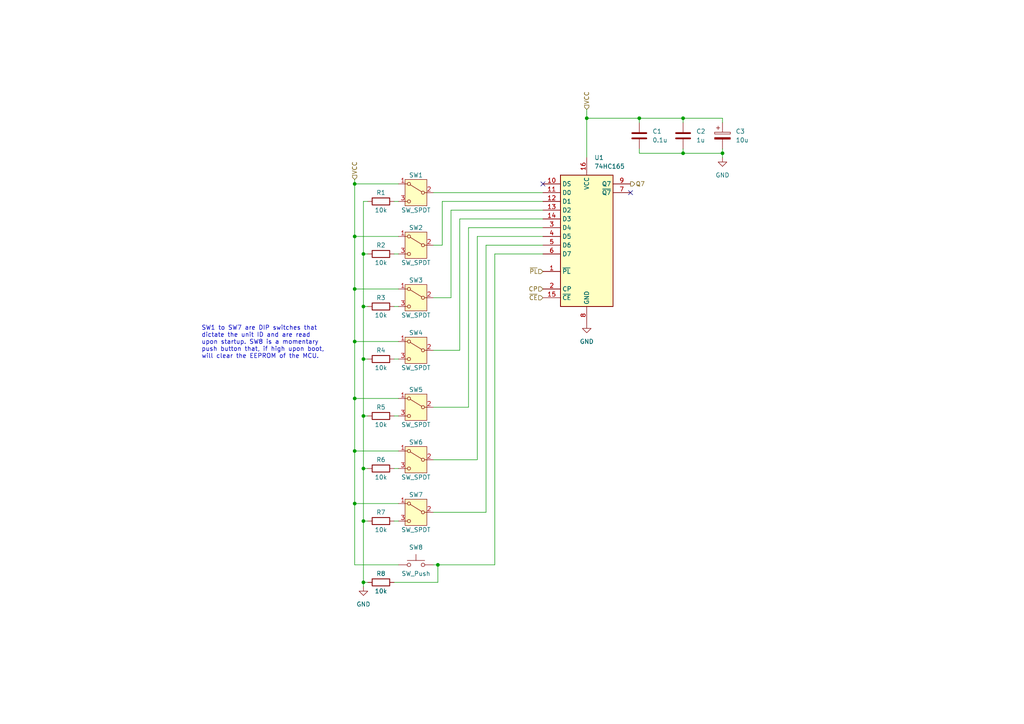
<source format=kicad_sch>
(kicad_sch (version 20230121) (generator eeschema)
  (paper "A4")
  (title_block (title "Initial State Register") (date "2024-02-06") (rev "1") (company "shawnd.xyz") (comment 2 "clear EEPROM memory if high at boot time.") (comment 3 "configure the unit ID by toggling the DIP switches. There is also a reset button that will") (comment 4 "The initial state register is used to read a B1 unit's ID upon first boot. The user can"))
  (lib_symbols
    (symbol "74xx:74HC165"
      (property "Reference" "U" (at -7.62 19.05 0))
      (property "Value" "74HC165" (at -7.62 -21.59 0))
      (symbol "74HC165_1_0"
        (pin input line (at -12.7 -10.16 0) (length 5.08) (name "~{PL}") (number "1"))
        (pin input line (at -12.7 15.24 0) (length 5.08) (name "DS") (number "10"))
        (pin input line (at -12.7 12.7 0) (length 5.08) (name "D0") (number "11"))
        (pin input line (at -12.7 10.16 0) (length 5.08) (name "D1") (number "12"))
        (pin input line (at -12.7 7.62 0) (length 5.08) (name "D2") (number "13"))
        (pin input line (at -12.7 5.08 0) (length 5.08) (name "D3") (number "14"))
        (pin input line (at -12.7 -17.78 0) (length 5.08) (name "~{CE}") (number "15"))
        (pin power_in line (at 0 22.86 270) (length 5.08) (name "VCC") (number "16"))
        (pin input line (at -12.7 -15.24 0) (length 5.08) (name "CP") (number "2"))
        (pin input line (at -12.7 2.54 0) (length 5.08) (name "D4") (number "3"))
        (pin input line (at -12.7 0 0) (length 5.08) (name "D5") (number "4"))
        (pin input line (at -12.7 -2.54 0) (length 5.08) (name "D6") (number "5"))
        (pin input line (at -12.7 -5.08 0) (length 5.08) (name "D7") (number "6"))
        (pin output line (at 12.7 12.7 180) (length 5.08) (name "~{Q7}") (number "7"))
        (pin power_in line (at 0 -25.4 90) (length 5.08) (name "GND") (number "8"))
        (pin output line (at 12.7 15.24 180) (length 5.08) (name "Q7") (number "9"))
      )
      (symbol "74HC165_1_1"
        (rectangle (start -7.62 17.78) (end 7.62 -20.32) (stroke (width 0.254)) (fill (type background)))
      )
    )
    (symbol "Device:C" (pin_numbers hide) (pin_names (offset 0.254))
      (property "Reference" "C" (at 0.635 2.54 0))
      (property "Value" "C" (at 0.635 -2.54 0))
      (symbol "C_0_1"
        (polyline (pts (xy -2.032 -0.762) (xy 2.032 -0.762)) (stroke (width 0.508)))
        (polyline (pts (xy -2.032 0.762) (xy 2.032 0.762)) (stroke (width 0.508)))
      )
      (symbol "C_1_1"
        (pin passive line (at 0 3.81 270) (length 2.794) (name "~") (number "1"))
        (pin passive line (at 0 -3.81 90) (length 2.794) (name "~") (number "2"))
      )
    )
    (symbol "Device:C_Polarized" (pin_numbers hide) (pin_names (offset 0.254))
      (property "Reference" "C" (at 0.635 2.54 0))
      (property "Value" "C_Polarized" (at 0.635 -2.54 0))
      (symbol "C_Polarized_0_1"
        (rectangle (start -2.286 0.508) (end 2.286 1.016))
        (polyline (pts (xy -1.778 2.286) (xy -0.762 2.286)))
        (polyline (pts (xy -1.27 2.794) (xy -1.27 1.778)))
        (rectangle (start 2.286 -0.508) (end -2.286 -1.016) (fill (type outline)))
      )
      (symbol "C_Polarized_1_1"
        (pin passive line (at 0 3.81 270) (length 2.794) (name "~") (number "1"))
        (pin passive line (at 0 -3.81 90) (length 2.794) (name "~") (number "2"))
      )
    )
    (symbol "Device:R" (pin_numbers hide) (pin_names (offset 0))
      (property "Reference" "R" (at 2.032 0 90))
      (property "Value" "R" (at 0 0 90))
      (symbol "R_0_1"
        (rectangle (start -1.016 -2.54) (end 1.016 2.54) (stroke (width 0.254)))
      )
      (symbol "R_1_1"
        (pin passive line (at 0 3.81 270) (length 1.27) (name "~") (number "1"))
        (pin passive line (at 0 -3.81 90) (length 1.27) (name "~") (number "2"))
      )
    )
    (symbol "Switch:SW_Push" (pin_numbers hide) (pin_names (offset 1.016) hide)
      (property "Reference" "SW" (at 1.27 2.54 0))
      (property "Value" "SW_Push" (at 0 -1.524 0))
      (symbol "SW_Push_0_1"
        (circle (center -2.032 0) (radius 0.508))
        (polyline (pts (xy 0 1.27) (xy 0 3.048)))
        (polyline (pts (xy 2.54 1.27) (xy -2.54 1.27)))
        (circle (center 2.032 0) (radius 0.508))
        (pin passive line (at -5.08 0 0) (length 2.54) (name "1") (number "1"))
        (pin passive line (at 5.08 0 180) (length 2.54) (name "2") (number "2"))
      )
    )
    (symbol "Switch:SW_SPDT" (pin_names (offset 0) hide)
      (property "Reference" "SW" (at 0 5.08 0))
      (property "Value" "SW_SPDT" (at 0 -5.08 0))
      (symbol "SW_SPDT_0_1"
        (circle (center -2.032 0) (radius 0.4572))
        (polyline (pts (xy -1.651 0.254) (xy 1.651 2.286)))
        (circle (center 2.032 -2.54) (radius 0.4572))
        (circle (center 2.032 2.54) (radius 0.4572))
      )
      (symbol "SW_SPDT_1_1"
        (rectangle (start -3.175 3.81) (end 3.175 -3.81) (fill (type background)))
        (pin passive line (at 5.08 2.54 180) (length 2.54) (name "A") (number "1"))
        (pin passive line (at -5.08 0 0) (length 2.54) (name "B") (number "2"))
        (pin passive line (at 5.08 -2.54 180) (length 2.54) (name "C") (number "3"))
      )
    )
    (symbol "power:GND" (power) (pin_names (offset 0))
      (property "Value" "GND" (at 0 -3.81 0))
      (symbol "GND_0_1"
        (polyline (pts (xy 0 0) (xy 0 -1.27) (xy 1.27 -1.27) (xy 0 -2.54) (xy -1.27 -1.27) (xy 0 -1.27)))
      )
      (symbol "GND_1_1"
        (pin power_in line (at 0 0 270) (length 0) hide (name "GND") (number "1"))
      )
    )
  )
  (junction (at 198.12 44.45))
  (junction (at 105.41 73.66))
  (junction (at 102.87 53.34))
  (junction (at 209.55 44.45))
  (junction (at 105.41 151.13))
  (junction (at 198.12 34.29))
  (junction (at 102.87 115.57))
  (junction (at 102.87 130.81))
  (junction (at 102.87 83.82))
  (junction (at 102.87 146.05))
  (junction (at 185.42 34.29))
  (junction (at 102.87 99.06))
  (junction (at 105.41 104.14))
  (junction (at 170.18 34.29))
  (junction (at 105.41 120.65))
  (junction (at 105.41 135.89))
  (junction (at 105.41 168.91))
  (junction (at 102.87 68.58))
  (junction (at 105.41 88.9))
  (junction (at 127 163.83))
  (no_connect (at 157.48 53.34))
  (no_connect (at 182.88 55.88))
  (wire (pts (xy 125.73 71.12) (xy 128.27 71.12)))
  (wire (pts (xy 198.12 44.45) (xy 198.12 43.18)))
  (wire (pts (xy 102.87 130.81) (xy 102.87 115.57)))
  (wire (pts (xy 128.27 58.42) (xy 157.48 58.42)))
  (wire (pts (xy 102.87 146.05) (xy 102.87 130.81)))
  (wire (pts (xy 102.87 83.82) (xy 102.87 68.58)))
  (wire (pts (xy 209.55 43.18) (xy 209.55 44.45)))
  (wire (pts (xy 170.18 34.29) (xy 185.42 34.29)))
  (wire (pts (xy 140.97 71.12) (xy 157.48 71.12)))
  (wire (pts (xy 102.87 99.06) (xy 115.57 99.06)))
  (wire (pts (xy 125.73 86.36) (xy 130.81 86.36)))
  (wire (pts (xy 102.87 68.58) (xy 102.87 53.34)))
  (wire (pts (xy 143.51 73.66) (xy 157.48 73.66)))
  (wire (pts (xy 130.81 60.96) (xy 157.48 60.96)))
  (wire (pts (xy 125.73 55.88) (xy 157.48 55.88)))
  (wire (pts (xy 198.12 35.56) (xy 198.12 34.29)))
  (wire (pts (xy 102.87 53.34) (xy 115.57 53.34)))
  (wire (pts (xy 102.87 99.06) (xy 102.87 83.82)))
  (wire (pts (xy 105.41 58.42) (xy 106.68 58.42)))
  (wire (pts (xy 105.41 88.9) (xy 106.68 88.9)))
  (wire (pts (xy 102.87 115.57) (xy 115.57 115.57)))
  (wire (pts (xy 102.87 163.83) (xy 102.87 146.05)))
  (wire (pts (xy 198.12 44.45) (xy 209.55 44.45)))
  (wire (pts (xy 127 168.91) (xy 127 163.83)))
  (wire (pts (xy 170.18 31.75) (xy 170.18 34.29)))
  (wire (pts (xy 125.73 133.35) (xy 138.43 133.35)))
  (wire (pts (xy 105.41 104.14) (xy 106.68 104.14)))
  (wire (pts (xy 105.41 135.89) (xy 105.41 151.13)))
  (wire (pts (xy 125.73 163.83) (xy 127 163.83)))
  (wire (pts (xy 105.41 104.14) (xy 105.41 120.65)))
  (wire (pts (xy 102.87 68.58) (xy 115.57 68.58)))
  (wire (pts (xy 133.35 63.5) (xy 157.48 63.5)))
  (wire (pts (xy 185.42 44.45) (xy 185.42 43.18)))
  (wire (pts (xy 105.41 120.65) (xy 106.68 120.65)))
  (wire (pts (xy 143.51 163.83) (xy 143.51 73.66)))
  (wire (pts (xy 105.41 73.66) (xy 105.41 88.9)))
  (wire (pts (xy 125.73 118.11) (xy 135.89 118.11)))
  (wire (pts (xy 102.87 115.57) (xy 102.87 99.06)))
  (wire (pts (xy 130.81 86.36) (xy 130.81 60.96)))
  (wire (pts (xy 135.89 118.11) (xy 135.89 66.04)))
  (wire (pts (xy 114.3 120.65) (xy 115.57 120.65)))
  (wire (pts (xy 105.41 73.66) (xy 106.68 73.66)))
  (wire (pts (xy 185.42 34.29) (xy 185.42 35.56)))
  (wire (pts (xy 102.87 83.82) (xy 115.57 83.82)))
  (wire (pts (xy 135.89 66.04) (xy 157.48 66.04)))
  (wire (pts (xy 127 163.83) (xy 143.51 163.83)))
  (wire (pts (xy 114.3 58.42) (xy 115.57 58.42)))
  (wire (pts (xy 185.42 34.29) (xy 198.12 34.29)))
  (wire (pts (xy 125.73 148.59) (xy 140.97 148.59)))
  (wire (pts (xy 133.35 101.6) (xy 133.35 63.5)))
  (wire (pts (xy 105.41 120.65) (xy 105.41 135.89)))
  (wire (pts (xy 114.3 104.14) (xy 115.57 104.14)))
  (wire (pts (xy 138.43 133.35) (xy 138.43 68.58)))
  (wire (pts (xy 105.41 151.13) (xy 105.41 168.91)))
  (wire (pts (xy 102.87 130.81) (xy 115.57 130.81)))
  (wire (pts (xy 138.43 68.58) (xy 157.48 68.58)))
  (wire (pts (xy 209.55 45.72) (xy 209.55 44.45)))
  (wire (pts (xy 198.12 44.45) (xy 185.42 44.45)))
  (wire (pts (xy 128.27 71.12) (xy 128.27 58.42)))
  (wire (pts (xy 170.18 34.29) (xy 170.18 45.72)))
  (wire (pts (xy 209.55 35.56) (xy 209.55 34.29)))
  (wire (pts (xy 102.87 146.05) (xy 115.57 146.05)))
  (wire (pts (xy 105.41 135.89) (xy 106.68 135.89)))
  (wire (pts (xy 114.3 135.89) (xy 115.57 135.89)))
  (wire (pts (xy 114.3 88.9) (xy 115.57 88.9)))
  (wire (pts (xy 102.87 52.07) (xy 102.87 53.34)))
  (wire (pts (xy 125.73 101.6) (xy 133.35 101.6)))
  (wire (pts (xy 105.41 88.9) (xy 105.41 104.14)))
  (wire (pts (xy 115.57 163.83) (xy 102.87 163.83)))
  (wire (pts (xy 105.41 58.42) (xy 105.41 73.66)))
  (wire (pts (xy 198.12 34.29) (xy 209.55 34.29)))
  (wire (pts (xy 140.97 148.59) (xy 140.97 71.12)))
  (wire (pts (xy 114.3 168.91) (xy 127 168.91)))
  (wire (pts (xy 114.3 73.66) (xy 115.57 73.66)))
  (wire (pts (xy 105.41 168.91) (xy 106.68 168.91)))
  (wire (pts (xy 105.41 151.13) (xy 106.68 151.13)))
  (wire (pts (xy 114.3 151.13) (xy 115.57 151.13)))
  (wire (pts (xy 105.41 170.18) (xy 105.41 168.91)))
  (text "SW1 to SW7 are DIP switches that\ndictate the unit ID and are read\nupon startup. SW8 is a momentary\npush button that, if high upon boot,\nwill clear the EEPROM of the MCU." (at 58.42 104.14 0) (effects (font (size 1.27 1.27)) (justify left bottom)))
  (hierarchical_label "~{PL}" (shape input) (at 157.48 78.74 180))
  (hierarchical_label "VCC" (shape input) (at 170.18 31.75 90))
  (hierarchical_label "VCC" (shape input) (at 102.87 52.07 90))
  (hierarchical_label "~{CE}" (shape input) (at 157.48 86.36 180))
  (hierarchical_label "CP" (shape input) (at 157.48 83.82 180))
  (hierarchical_label "Q7" (shape output) (at 182.88 53.34 0))
  (symbol (lib_id "power:GND") (at 170.18 93.98 0) (unit 1)
    (property "Reference" "#PWR02" (effects hide))
    (property "Value" "GND" (at 170.18 99.06 0))
  )
  (symbol (lib_id "Switch:SW_SPDT") (at 120.65 148.59 0) (mirror y) (unit 1)
    (property "Reference" "SW7" (at 120.65 143.51 0))
    (property "Value" "SW_SPDT" (at 120.65 153.67 0))
  )
  (symbol (lib_id "Switch:SW_SPDT") (at 120.65 71.12 0) (mirror y) (unit 1)
    (property "Reference" "SW2" (at 120.65 66.04 0))
    (property "Value" "SW_SPDT" (at 120.65 76.2 0))
  )
  (symbol (lib_id "Device:C") (at 185.42 39.37 0) (unit 1)
    (property "Reference" "C1" (at 189.23 38.1 0) (effects (justify left)))
    (property "Value" "0.1u" (at 189.23 40.64 0) (effects (justify left)))
  )
  (symbol (lib_id "Switch:SW_Push") (at 120.65 163.83 0) (unit 1)
    (property "Reference" "SW8" (at 120.65 158.75 0))
    (property "Value" "SW_Push" (at 120.65 166.37 0))
  )
  (symbol (lib_id "Device:R") (at 110.49 120.65 90) (unit 1)
    (property "Reference" "R5" (at 110.49 118.11 90))
    (property "Value" "10k" (at 110.49 123.19 90))
  )
  (symbol (lib_id "Device:R") (at 110.49 135.89 90) (unit 1)
    (property "Reference" "R6" (at 110.49 133.35 90))
    (property "Value" "10k" (at 110.49 138.43 90))
  )
  (symbol (lib_id "Device:R") (at 110.49 168.91 90) (unit 1)
    (property "Reference" "R8" (at 110.49 166.37 90))
    (property "Value" "10k" (at 110.49 171.45 90))
  )
  (symbol (lib_id "Device:R") (at 110.49 104.14 90) (unit 1)
    (property "Reference" "R4" (at 110.49 101.6 90))
    (property "Value" "10k" (at 110.49 106.68 90))
  )
  (symbol (lib_id "power:GND") (at 105.41 170.18 0) (unit 1)
    (property "Reference" "#PWR01" (effects hide))
    (property "Value" "GND" (at 105.41 175.26 0))
  )
  (symbol (lib_id "Device:C") (at 198.12 39.37 0) (unit 1)
    (property "Reference" "C2" (at 201.93 38.1 0) (effects (justify left)))
    (property "Value" "1u" (at 201.93 40.64 0) (effects (justify left)))
  )
  (symbol (lib_id "Switch:SW_SPDT") (at 120.65 55.88 0) (mirror y) (unit 1)
    (property "Reference" "SW1" (at 120.65 50.8 0))
    (property "Value" "SW_SPDT" (at 120.65 60.96 0))
  )
  (symbol (lib_id "power:GND") (at 209.55 45.72 0) (unit 1)
    (property "Reference" "#PWR03" (effects hide))
    (property "Value" "GND" (at 209.55 50.8 0))
  )
  (symbol (lib_id "Device:R") (at 110.49 88.9 90) (unit 1)
    (property "Reference" "R3" (at 110.49 86.36 90))
    (property "Value" "10k" (at 110.49 91.44 90))
  )
  (symbol (lib_id "Switch:SW_SPDT") (at 120.65 86.36 0) (mirror y) (unit 1)
    (property "Reference" "SW3" (at 120.65 81.28 0))
    (property "Value" "SW_SPDT" (at 120.65 91.44 0))
  )
  (symbol (lib_id "Device:R") (at 110.49 58.42 90) (unit 1)
    (property "Reference" "R1" (at 110.49 55.88 90))
    (property "Value" "10k" (at 110.49 60.96 90))
  )
  (symbol (lib_id "Switch:SW_SPDT") (at 120.65 133.35 0) (mirror y) (unit 1)
    (property "Reference" "SW6" (at 120.65 128.27 0))
    (property "Value" "SW_SPDT" (at 120.65 138.43 0))
  )
  (symbol (lib_id "Switch:SW_SPDT") (at 120.65 118.11 0) (mirror y) (unit 1)
    (property "Reference" "SW5" (at 120.65 113.03 0))
    (property "Value" "SW_SPDT" (at 120.65 123.19 0))
  )
  (symbol (lib_id "Device:R") (at 110.49 151.13 90) (unit 1)
    (property "Reference" "R7" (at 110.49 148.59 90))
    (property "Value" "10k" (at 110.49 153.67 90))
  )
  (symbol (lib_id "Device:C_Polarized") (at 209.55 39.37 0) (unit 1)
    (property "Reference" "C3" (at 213.36 38.1 0) (effects (justify left)))
    (property "Value" "10u" (at 213.36 40.64 0) (effects (justify left)))
  )
  (symbol (lib_id "Switch:SW_SPDT") (at 120.65 101.6 0) (mirror y) (unit 1)
    (property "Reference" "SW4" (at 120.65 96.52 0))
    (property "Value" "SW_SPDT" (at 120.65 106.68 0))
  )
  (symbol (lib_id "74xx:74HC165") (at 170.18 68.58 0) (unit 1)
    (property "Reference" "U1" (at 172.3741 45.72 0) (effects (justify left)))
    (property "Value" "74HC165" (at 172.3741 48.26 0) (effects (justify left)))
    (property "Datasheet" "https://assets.nexperia.com/documents/data-sheet/74HC_HCT165.pdf" (effects hide))
  )
  (symbol (lib_id "Device:R") (at 110.49 73.66 90) (unit 1)
    (property "Reference" "R2" (at 110.49 71.12 90))
    (property "Value" "10k" (at 110.49 76.2 90))
  )
)
</source>
